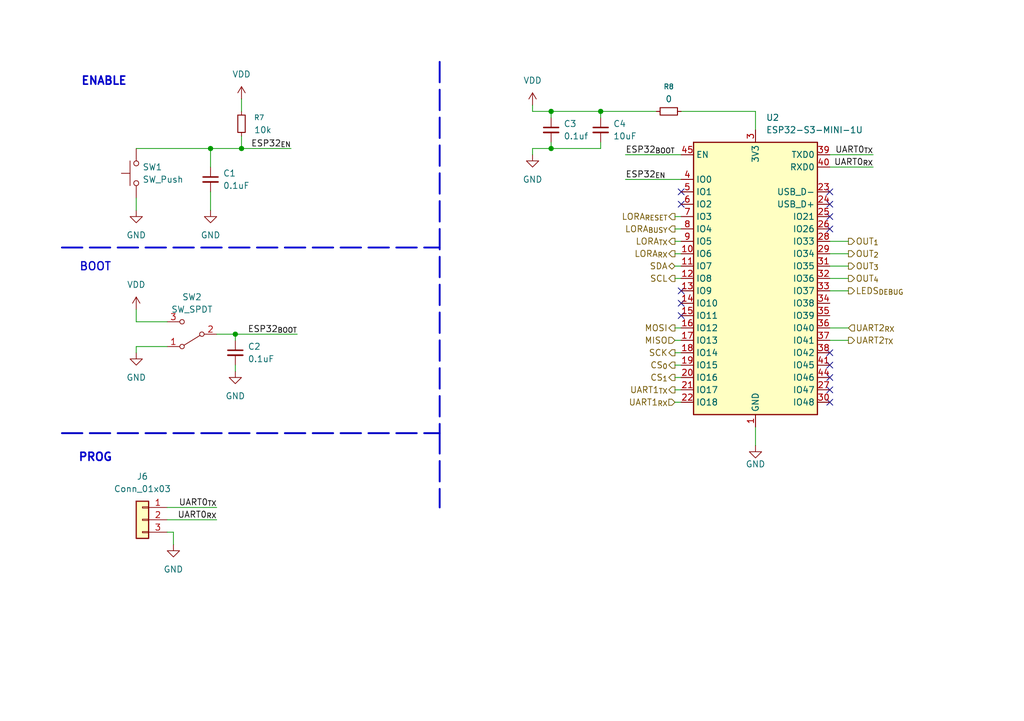
<source format=kicad_sch>
(kicad_sch (version 20250114) (generator "eeschema") (generator_version "9.0")
  (paper "A5")
  (lib_symbols
    (symbol "CompVuelo:SW_Push" (pin_numbers (hide yes)) (pin_names (offset 1.016) (hide yes))
      (property "Reference" "SW" (at 1.27 2.54 0))
      (property "Value" "SW_Push" (at 0 -1.524 0))
      (symbol "SW_Push_0_1"
        (circle (center -2.032 0) (radius 0.508))
        (polyline (pts (xy 0 1.27) (xy 0 3.048)))
        (circle (center 2.032 0) (radius 0.508))
        (polyline (pts (xy 2.54 1.27) (xy -2.54 1.27)))
        (pin passive line (at -5.08 0 0) (length 2.54) (name "1") (number "1"))
        (pin passive line (at 5.08 0 180) (length 2.54) (name "2") (number "2"))
      )
    )
    (symbol "CompVuelo:SW_SPDT"
      (property "Reference" "SW" (at 0 1.778 0))
      (property "Value" "SW_SPDT" (at 0 0 0))
      (symbol "SW_SPDT_0_1"
        (circle (center -2.032 -5.08) (radius 0.4572))
        (polyline (pts (xy -1.651 -4.826) (xy 1.651 -2.794)))
        (circle (center 2.032 -2.54) (radius 0.4572))
        (circle (center 2.032 -7.62) (radius 0.4572))
      )
      (symbol "SW_SPDT_1_1"
        (pin passive line (at -5.08 -5.08 0) (length 2.54) (name "") (number "2"))
        (pin passive line (at 5.08 -2.54 180) (length 2.54) (name "") (number "1"))
        (pin passive line (at 5.08 -7.62 180) (length 2.54) (name "") (number "3"))
      )
    )
    (symbol "Connector_Generic:Conn_01x03" (pin_names (offset 1.016) (hide yes))
      (property "Reference" "J" (at 0 5.08 0))
      (property "Value" "Conn_01x03" (at 0 -5.08 0))
      (symbol "Conn_01x03_1_1"
        (rectangle (start -1.27 3.81) (end 1.27 -3.81) (stroke (width 0.254)) (fill (type background)))
        (rectangle (start -1.27 2.667) (end 0 2.413) (stroke (width 0.1524)))
        (rectangle (start -1.27 0.127) (end 0 -0.127) (stroke (width 0.1524)))
        (rectangle (start -1.27 -2.413) (end 0 -2.667) (stroke (width 0.1524)))
        (pin passive line (at -5.08 2.54 0) (length 3.81) (name "Pin_1") (number "1"))
        (pin passive line (at -5.08 0 0) (length 3.81) (name "Pin_2") (number "2"))
        (pin passive line (at -5.08 -2.54 0) (length 3.81) (name "Pin_3") (number "3"))
      )
    )
    (symbol "Device:C_Small" (pin_numbers (hide yes)) (pin_names (offset 0.254) (hide yes))
      (property "Reference" "C" (at 0.254 1.778 0))
      (property "Value" "C_Small" (at 0.254 -2.032 0))
      (symbol "C_Small_0_1"
        (polyline (pts (xy -1.524 0.508) (xy 1.524 0.508)) (stroke (width 0.3048)))
        (polyline (pts (xy -1.524 -0.508) (xy 1.524 -0.508)) (stroke (width 0.3302)))
      )
      (symbol "C_Small_1_1"
        (pin passive line (at 0 2.54 270) (length 2.032) (name "~") (number "1"))
        (pin passive line (at 0 -2.54 90) (length 2.032) (name "~") (number "2"))
      )
    )
    (symbol "Device:R_Small" (pin_numbers (hide yes)) (pin_names (offset 0.254) (hide yes))
      (property "Reference" "R" (at 0 0 90))
      (property "Value" "R_Small" (at 1.778 0 90))
      (symbol "R_Small_0_1"
        (rectangle (start -0.762 1.778) (end 0.762 -1.778) (stroke (width 0.2032)))
      )
      (symbol "R_Small_1_1"
        (pin passive line (at 0 2.54 270) (length 0.762) (name "~") (number "1"))
        (pin passive line (at 0 -2.54 90) (length 0.762) (name "~") (number "2"))
      )
    )
    (symbol "RF_Module:ESP32-S3-MINI-1U"
      (property "Reference" "U" (at -11.43 29.21 0))
      (property "Value" "ESP32-S3-MINI-1U" (at 12.7 29.21 0))
      (symbol "ESP32-S3-MINI-1U_0_1"
        (rectangle (start -12.7 27.94) (end 12.7 -27.94) (stroke (width 0.254)) (fill (type background)))
      )
      (symbol "ESP32-S3-MINI-1U_1_1"
        (pin input line (at -15.24 25.4 0) (length 2.54) (name "EN") (number "45"))
        (pin bidirectional line (at -15.24 20.32 0) (length 2.54) (name "IO0") (number "4"))
        (pin bidirectional line (at -15.24 17.78 0) (length 2.54) (name "IO1") (number "5"))
        (pin bidirectional line (at -15.24 15.24 0) (length 2.54) (name "IO2") (number "6"))
        (pin bidirectional line (at -15.24 12.7 0) (length 2.54) (name "IO3") (number "7"))
        (pin bidirectional line (at -15.24 10.16 0) (length 2.54) (name "IO4") (number "8"))
        (pin bidirectional line (at -15.24 7.62 0) (length 2.54) (name "IO5") (number "9"))
        (pin bidirectional line (at -15.24 5.08 0) (length 2.54) (name "IO6") (number "10"))
        (pin bidirectional line (at -15.24 2.54 0) (length 2.54) (name "IO7") (number "11"))
        (pin bidirectional line (at -15.24 0 0) (length 2.54) (name "IO8") (number "12"))
        (pin bidirectional line (at -15.24 -2.54 0) (length 2.54) (name "IO9") (number "13"))
        (pin bidirectional line (at -15.24 -5.08 0) (length 2.54) (name "IO10") (number "14"))
        (pin bidirectional line (at -15.24 -7.62 0) (length 2.54) (name "IO11") (number "15"))
        (pin bidirectional line (at -15.24 -10.16 0) (length 2.54) (name "IO12") (number "16"))
        (pin bidirectional line (at -15.24 -12.7 0) (length 2.54) (name "IO13") (number "17"))
        (pin bidirectional line (at -15.24 -15.24 0) (length 2.54) (name "IO14") (number "18"))
        (pin bidirectional line (at -15.24 -17.78 0) (length 2.54) (name "IO15") (number "19"))
        (pin bidirectional line (at -15.24 -20.32 0) (length 2.54) (name "IO16") (number "20"))
        (pin bidirectional line (at -15.24 -22.86 0) (length 2.54) (name "IO17") (number "21"))
        (pin bidirectional line (at -15.24 -25.4 0) (length 2.54) (name "IO18") (number "22"))
        (pin power_in line (at 0 30.48 270) (length 2.54) (name "3V3") (number "3"))
        (pin power_in line (at 0 -30.48 90) (length 2.54) (name "GND") (number "1"))
        (pin passive line (at 0 -30.48 90) (length 2.54) (hide yes) (name "GND") (number "2"))
        (pin passive line (at 0 -30.48 90) (length 2.54) (hide yes) (name "GND") (number "42"))
        (pin passive line (at 0 -30.48 90) (length 2.54) (hide yes) (name "GND") (number "43"))
        (pin passive line (at 0 -30.48 90) (length 2.54) (hide yes) (name "GND") (number "46"))
        (pin passive line (at 0 -30.48 90) (length 2.54) (hide yes) (name "GND") (number "47"))
        (pin passive line (at 0 -30.48 90) (length 2.54) (hide yes) (name "GND") (number "48"))
        (pin passive line (at 0 -30.48 90) (length 2.54) (hide yes) (name "GND") (number "49"))
        (pin passive line (at 0 -30.48 90) (length 2.54) (hide yes) (name "GND") (number "50"))
        (pin passive line (at 0 -30.48 90) (length 2.54) (hide yes) (name "GND") (number "51"))
        (pin passive line (at 0 -30.48 90) (length 2.54) (hide yes) (name "GND") (number "52"))
        (pin passive line (at 0 -30.48 90) (length 2.54) (hide yes) (name "GND") (number "53"))
        (pin passive line (at 0 -30.48 90) (length 2.54) (hide yes) (name "GND") (number "54"))
        (pin passive line (at 0 -30.48 90) (length 2.54) (hide yes) (name "GND") (number "55"))
        (pin passive line (at 0 -30.48 90) (length 2.54) (hide yes) (name "GND") (number "56"))
        (pin passive line (at 0 -30.48 90) (length 2.54) (hide yes) (name "GND") (number "57"))
        (pin passive line (at 0 -30.48 90) (length 2.54) (hide yes) (name "GND") (number "58"))
        (pin passive line (at 0 -30.48 90) (length 2.54) (hide yes) (name "GND") (number "59"))
        (pin passive line (at 0 -30.48 90) (length 2.54) (hide yes) (name "GND") (number "60"))
        (pin passive line (at 0 -30.48 90) (length 2.54) (hide yes) (name "GND") (number "61"))
        (pin passive line (at 0 -30.48 90) (length 2.54) (hide yes) (name "GND") (number "62"))
        (pin passive line (at 0 -30.48 90) (length 2.54) (hide yes) (name "GND") (number "63"))
        (pin passive line (at 0 -30.48 90) (length 2.54) (hide yes) (name "GND") (number "64"))
        (pin passive line (at 0 -30.48 90) (length 2.54) (hide yes) (name "GND") (number "65"))
        (pin bidirectional line (at 15.24 25.4 180) (length 2.54) (name "TXD0") (number "39"))
        (pin bidirectional line (at 15.24 22.86 180) (length 2.54) (name "RXD0") (number "40"))
        (pin bidirectional line (at 15.24 17.78 180) (length 2.54) (name "USB_D-") (number "23"))
        (pin bidirectional line (at 15.24 15.24 180) (length 2.54) (name "USB_D+") (number "24"))
        (pin bidirectional line (at 15.24 12.7 180) (length 2.54) (name "IO21") (number "25"))
        (pin bidirectional line (at 15.24 10.16 180) (length 2.54) (name "IO26") (number "26"))
        (pin bidirectional line (at 15.24 7.62 180) (length 2.54) (name "IO33") (number "28"))
        (pin bidirectional line (at 15.24 5.08 180) (length 2.54) (name "IO34") (number "29"))
        (pin bidirectional line (at 15.24 2.54 180) (length 2.54) (name "IO35") (number "31"))
        (pin bidirectional line (at 15.24 0 180) (length 2.54) (name "IO36") (number "32"))
        (pin bidirectional line (at 15.24 -2.54 180) (length 2.54) (name "IO37") (number "33"))
        (pin bidirectional line (at 15.24 -5.08 180) (length 2.54) (name "IO38") (number "34"))
        (pin bidirectional line (at 15.24 -7.62 180) (length 2.54) (name "IO39") (number "35"))
        (pin bidirectional line (at 15.24 -10.16 180) (length 2.54) (name "IO40") (number "36"))
        (pin bidirectional line (at 15.24 -12.7 180) (length 2.54) (name "IO41") (number "37"))
        (pin bidirectional line (at 15.24 -15.24 180) (length 2.54) (name "IO42") (number "38"))
        (pin bidirectional line (at 15.24 -17.78 180) (length 2.54) (name "IO45") (number "41"))
        (pin bidirectional line (at 15.24 -20.32 180) (length 2.54) (name "IO46") (number "44"))
        (pin bidirectional line (at 15.24 -22.86 180) (length 2.54) (name "IO47") (number "27"))
        (pin bidirectional line (at 15.24 -25.4 180) (length 2.54) (name "IO48") (number "30"))
      )
    )
    (symbol "power:GND" (power) (pin_numbers (hide yes)) (pin_names (offset 0) (hide yes))
      (property "Value" "GND" (at 0 -3.81 0))
      (symbol "GND_0_1"
        (polyline (pts (xy 0 0) (xy 0 -1.27) (xy 1.27 -1.27) (xy 0 -2.54) (xy -1.27 -1.27) (xy 0 -1.27)))
      )
      (symbol "GND_1_1"
        (pin power_in line (at 0 0 270) (length 0) (name "~") (number "1"))
      )
    )
    (symbol "power:VDD" (power) (pin_numbers (hide yes)) (pin_names (offset 0) (hide yes))
      (property "Value" "VDD" (at 0 3.556 0))
      (symbol "VDD_0_1"
        (polyline (pts (xy -0.762 1.27) (xy 0 2.54)))
        (polyline (pts (xy 0 2.54) (xy 0.762 1.27)))
        (polyline (pts (xy 0 0) (xy 0 2.54)))
      )
      (symbol "VDD_1_1"
        (pin power_in line (at 0 0 90) (length 0) (name "~") (number "1"))
      )
    )
  )
  (text "ENABLE" (at 21.336 16.764 0) (effects (font (size 1.651 1.651) (thickness 0.3302) (bold yes))))
  (text "BOOT\n" (at 19.558 54.864 0) (effects (font (size 1.651 1.651) (thickness 0.254) (bold yes))))
  (text "PROG" (at 19.558 93.98 0) (effects (font (size 1.651 1.651) (thickness 0.3302) (bold yes))))
  (junction (at 113.03 22.86))
  (junction (at 123.19 22.86))
  (junction (at 43.18 30.48))
  (junction (at 113.03 30.48))
  (junction (at 49.53 30.48))
  (junction (at 48.26 68.58))
  (no_connect (at 170.18 39.37))
  (no_connect (at 170.18 46.99))
  (no_connect (at 170.18 72.39))
  (no_connect (at 170.18 41.91))
  (no_connect (at 139.7 62.23))
  (no_connect (at 139.7 64.77))
  (no_connect (at 170.18 82.55))
  (no_connect (at 139.7 39.37))
  (no_connect (at 170.18 80.01))
  (no_connect (at 170.18 44.45))
  (no_connect (at 139.7 41.91))
  (no_connect (at 139.7 59.69))
  (no_connect (at 170.18 77.47))
  (no_connect (at 170.18 74.93))
  (wire (pts (xy 138.43 74.93) (xy 139.7 74.93)))
  (wire (pts (xy 27.94 71.12) (xy 34.29 71.12)))
  (wire (pts (xy 113.03 30.48) (xy 123.19 30.48)))
  (wire (pts (xy 123.19 30.48) (xy 123.19 29.21)))
  (wire (pts (xy 138.43 49.53) (xy 139.7 49.53)))
  (wire (pts (xy 128.27 31.75) (xy 139.7 31.75)))
  (wire (pts (xy 34.29 106.68) (xy 44.45 106.68)))
  (wire (pts (xy 27.94 66.04) (xy 34.29 66.04)))
  (wire (pts (xy 48.26 68.58) (xy 60.96 68.58)))
  (wire (pts (xy 179.07 34.29) (xy 170.18 34.29)))
  (wire (pts (xy 49.53 30.48) (xy 59.69 30.48)))
  (wire (pts (xy 113.03 29.21) (xy 113.03 30.48)))
  (wire (pts (xy 138.43 77.47) (xy 139.7 77.47)))
  (wire (pts (xy 123.19 22.86) (xy 134.62 22.86)))
  (wire (pts (xy 43.18 30.48) (xy 43.18 34.29)))
  (wire (pts (xy 138.43 72.39) (xy 139.7 72.39)))
  (wire (pts (xy 154.94 22.86) (xy 154.94 26.67)))
  (wire (pts (xy 138.43 80.01) (xy 139.7 80.01)))
  (wire (pts (xy 173.99 67.31) (xy 170.18 67.31)))
  (wire (pts (xy 123.19 24.13) (xy 123.19 22.86)))
  (wire (pts (xy 173.99 49.53) (xy 170.18 49.53)))
  (wire (pts (xy 170.18 57.15) (xy 173.99 57.15)))
  (polyline (pts (xy 90.17 12.7) (xy 90.17 88.9)) (stroke (width 0.381) (type dash)))
  (wire (pts (xy 138.43 44.45) (xy 139.7 44.45)))
  (wire (pts (xy 109.22 30.48) (xy 113.03 30.48)))
  (wire (pts (xy 49.53 20.32) (xy 49.53 22.86)))
  (wire (pts (xy 154.94 91.44) (xy 154.94 87.63)))
  (wire (pts (xy 43.18 43.18) (xy 43.18 39.37)))
  (wire (pts (xy 109.22 31.75) (xy 109.22 30.48)))
  (polyline (pts (xy 90.17 88.9) (xy 90.17 104.14)) (stroke (width 0.381) (type dash)))
  (wire (pts (xy 138.43 52.07) (xy 139.7 52.07)))
  (wire (pts (xy 173.99 69.85) (xy 170.18 69.85)))
  (wire (pts (xy 35.56 109.22) (xy 34.29 109.22)))
  (wire (pts (xy 113.03 24.13) (xy 113.03 22.86)))
  (wire (pts (xy 109.22 21.59) (xy 109.22 22.86)))
  (wire (pts (xy 138.43 46.99) (xy 139.7 46.99)))
  (wire (pts (xy 138.43 82.55) (xy 139.7 82.55)))
  (wire (pts (xy 48.26 76.2) (xy 48.26 74.93)))
  (wire (pts (xy 138.43 67.31) (xy 139.7 67.31)))
  (wire (pts (xy 113.03 22.86) (xy 123.19 22.86)))
  (wire (pts (xy 109.22 22.86) (xy 113.03 22.86)))
  (wire (pts (xy 138.43 69.85) (xy 139.7 69.85)))
  (wire (pts (xy 48.26 69.85) (xy 48.26 68.58)))
  (wire (pts (xy 128.27 36.83) (xy 139.7 36.83)))
  (wire (pts (xy 34.29 104.14) (xy 44.45 104.14)))
  (wire (pts (xy 27.94 30.48) (xy 43.18 30.48)))
  (wire (pts (xy 138.43 57.15) (xy 139.7 57.15)))
  (wire (pts (xy 27.94 72.39) (xy 27.94 71.12)))
  (wire (pts (xy 43.18 30.48) (xy 49.53 30.48)))
  (wire (pts (xy 179.07 31.75) (xy 170.18 31.75)))
  (wire (pts (xy 49.53 30.48) (xy 49.53 27.94)))
  (wire (pts (xy 170.18 54.61) (xy 173.99 54.61)))
  (wire (pts (xy 139.7 22.86) (xy 154.94 22.86)))
  (polyline (pts (xy 12.7 88.9) (xy 90.17 88.9)) (stroke (width 0.381) (type dash)))
  (wire (pts (xy 173.99 52.07) (xy 170.18 52.07)))
  (wire (pts (xy 27.94 43.18) (xy 27.94 40.64)))
  (wire (pts (xy 27.94 63.5) (xy 27.94 66.04)))
  (wire (pts (xy 138.43 54.61) (xy 139.7 54.61)))
  (wire (pts (xy 173.99 59.69) (xy 170.18 59.69)))
  (wire (pts (xy 35.56 111.76) (xy 35.56 109.22)))
  (wire (pts (xy 48.26 68.58) (xy 44.45 68.58)))
  (polyline (pts (xy 12.7 50.8) (xy 90.17 50.8)) (stroke (width 0.381) (type dash)))
  (label "ESP32_{BOOT}" (at 60.96 68.58 180))
  (label "ESP32_{EN}" (at 59.69 30.48 180))
  (label "UART0_{TX}" (at 44.45 104.14 180))
  (label "ESP32_{EN}" (at 128.27 36.83 0))
  (label "UART0_{TX}" (at 179.07 31.75 180))
  (label "UART0_{RX}" (at 44.45 106.68 180))
  (label "UART0_{RX}" (at 179.07 34.29 180))
  (label "ESP32_{BOOT}" (at 128.27 31.75 0))
  (hierarchical_label "UART1_{RX}" (shape input) (at 138.43 82.55 180))
  (hierarchical_label "CS_{0}" (shape output) (at 138.43 74.93 180))
  (hierarchical_label "LORA_{RX}" (shape output) (at 138.43 52.07 180))
  (hierarchical_label "LEDS_{DEBUG}" (shape output) (at 173.99 59.69 0))
  (hierarchical_label "SCL" (shape output) (at 138.43 57.15 180))
  (hierarchical_label "LORA_{BUSY}" (shape output) (at 138.43 46.99 180))
  (hierarchical_label "LORA_{RESET}" (shape output) (at 138.43 44.45 180))
  (hierarchical_label "UART2_{RX}" (shape input) (at 173.99 67.31 0))
  (hierarchical_label "MISO" (shape input) (at 138.43 69.85 180))
  (hierarchical_label "OUT_{2}" (shape output) (at 173.99 52.07 0))
  (hierarchical_label "OUT_{4}" (shape output) (at 173.99 57.15 0))
  (hierarchical_label "OUT_{3}" (shape output) (at 173.99 54.61 0))
  (hierarchical_label "UART1_{TX}" (shape output) (at 138.43 80.01 180))
  (hierarchical_label "UART2_{TX}" (shape output) (at 173.99 69.85 0))
  (hierarchical_label "OUT_{1}" (shape output) (at 173.99 49.53 0))
  (hierarchical_label "SDA" (shape bidirectional) (at 138.43 54.61 180))
  (hierarchical_label "SCK" (shape output) (at 138.43 72.39 180))
  (hierarchical_label "MOSI" (shape output) (at 138.43 67.31 180))
  (hierarchical_label "CS_{1}" (shape output) (at 138.43 77.47 180))
  (hierarchical_label "LORA_{TX}" (shape output) (at 138.43 49.53 180))
  (symbol (lib_id "Device:R_Small") (at 49.53 25.4 0) (unit 1)
    (property "Reference" "R7" (at 52.07 24.1299 0) (effects (font (size 1.016 1.016)) (justify left)))
    (property "Value" "10k" (at 52.07 26.6699 0) (effects (justify left)))
    (property "Footprint" "Resistor_SMD:R_0805_2012Metric_Pad1.20x1.40mm_HandSolder" (effects (hide yes)))
    (property "Description" "Resistor, small symbol" (effects (hide yes)))
  )
  (symbol (lib_id "power:VDD") (at 27.94 63.5 0) (unit 1)
    (property "Reference" "#PWR024" (effects (hide yes)))
    (property "Value" "VDD" (at 27.94 58.42 0))
    (property "Description" "Power symbol creates a global label with name \"VDD\"" (effects (hide yes)))
  )
  (symbol (lib_id "power:GND") (at 109.22 31.75 0) (unit 1)
    (property "Reference" "#PWR031" (effects (hide yes)))
    (property "Value" "GND" (at 109.22 36.83 0))
    (property "Description" "Power symbol creates a global label with name \"GND\" , ground" (effects (hide yes)))
  )
  (symbol (lib_id "power:GND") (at 35.56 111.76 0) (unit 1)
    (property "Reference" "#PWR026" (effects (hide yes)))
    (property "Value" "GND" (at 35.56 116.84 0))
    (property "Description" "Power symbol creates a global label with name \"GND\" , ground" (effects (hide yes)))
  )
  (symbol (lib_id "Device:C_Small") (at 113.03 26.67 0) (unit 1)
    (property "Reference" "C3" (at 115.57 25.4062 0) (effects (justify left)))
    (property "Value" "0.1uf" (at 115.57 27.9462 0) (effects (justify left)))
    (property "Footprint" "Capacitor_SMD:C_0805_2012Metric_Pad1.18x1.45mm_HandSolder" (effects (hide yes)))
    (property "Description" "Unpolarized capacitor, small symbol" (effects (hide yes)))
  )
  (symbol (lib_id "Device:C_Small") (at 43.18 36.83 0) (unit 1)
    (property "Reference" "C1" (at 45.72 35.5662 0) (effects (justify left)))
    (property "Value" "0.1uF" (at 45.72 38.1062 0) (effects (justify left)))
    (property "Footprint" "Capacitor_SMD:C_0805_2012Metric_Pad1.18x1.45mm_HandSolder" (effects (hide yes)))
    (property "Description" "Unpolarized capacitor, small symbol" (effects (hide yes)))
  )
  (symbol (lib_id "Device:R_Small") (at 137.16 22.86 90) (unit 1)
    (property "Reference" "R8" (at 137.16 17.78 90) (effects (font (size 1.016 1.016))))
    (property "Value" "0" (at 137.16 20.32 90))
    (property "Footprint" "Resistor_SMD:R_0805_2012Metric_Pad1.20x1.40mm_HandSolder" (effects (hide yes)))
    (property "Description" "Resistor, small symbol" (effects (hide yes)))
  )
  (symbol (lib_id "CompVuelo:SW_SPDT") (at 39.37 73.66 180) (unit 1)
    (property "Reference" "SW2" (at 39.37 60.96 0))
    (property "Value" "SW_SPDT" (at 39.37 63.5 0))
    (property "Footprint" "Button_Switch_SMD:SW_SPDT_Shouhan_MSK12C02" (effects (hide yes)))
    (property "Datasheet" "https://www.lcsc.com/datasheet/C19189120.pdf" (effects (hide yes)))
  )
  (symbol (lib_id "power:GND") (at 43.18 43.18 0) (unit 1)
    (property "Reference" "#PWR027" (effects (hide yes)))
    (property "Value" "GND" (at 43.18 48.26 0))
    (property "Description" "Power symbol creates a global label with name \"GND\" , ground" (effects (hide yes)))
  )
  (symbol (lib_id "power:GND") (at 154.94 91.44 0) (unit 1)
    (property "Reference" "#PWR032" (effects (hide yes)))
    (property "Value" "GND" (at 154.94 95.25 0))
    (property "Description" "Power symbol creates a global label with name \"GND\" , ground" (effects (hide yes)))
  )
  (symbol (lib_id "RF_Module:ESP32-S3-MINI-1U") (at 154.94 57.15 0) (unit 1)
    (property "Reference" "U2" (at 157.0833 24.13 0) (effects (justify left)))
    (property "Value" "ESP32-S3-MINI-1U" (at 157.0833 26.67 0) (effects (justify left)))
    (property "Footprint" "RF_Module:ESP32-S2-MINI-1U" (effects (hide yes)))
    (property "Datasheet" "https://www.espressif.com/sites/default/files/documentation/esp32-s3-mini-1_mini-1u_datasheet_en.pdf" (effects (hide yes)))
    (property "Description" "RF Module, ESP32-S3 SoC, Wi-Fi 802.11b/g/n, Bluetooth, BLE, 32-bit, 3.3V, SMD, external antenna" (effects (hide yes)))
  )
  (symbol (lib_id "Device:C_Small") (at 48.26 72.39 0) (unit 1)
    (property "Reference" "C2" (at 50.8 71.1262 0) (effects (justify left)))
    (property "Value" "0.1uF" (at 50.8 73.6662 0) (effects (justify left)))
    (property "Footprint" "Capacitor_SMD:C_0805_2012Metric_Pad1.18x1.45mm_HandSolder" (effects (hide yes)))
    (property "Description" "Unpolarized capacitor, small symbol" (effects (hide yes)))
  )
  (symbol (lib_id "power:GND") (at 27.94 43.18 0) (unit 1)
    (property "Reference" "#PWR023" (effects (hide yes)))
    (property "Value" "GND" (at 27.94 48.26 0))
    (property "Description" "Power symbol creates a global label with name \"GND\" , ground" (effects (hide yes)))
  )
  (symbol (lib_id "CompVuelo:SW_Push") (at 27.94 35.56 90) (unit 1)
    (property "Reference" "SW1" (at 29.21 34.2899 90) (effects (justify right)))
    (property "Value" "SW_Push" (at 29.21 36.8299 90) (effects (justify right)))
    (property "Footprint" "CompVuelo:SW_Push" (effects (hide yes)))
    (property "Description" "Push button switch, generic, two pins" (effects (hide yes)))
  )
  (symbol (lib_id "Connector_Generic:Conn_01x03") (at 29.21 106.68 0) (mirror y) (unit 1)
    (property "Reference" "J6" (at 29.21 97.79 0))
    (property "Value" "Conn_01x03" (at 29.21 100.33 0))
    (property "Footprint" "Connector_PinHeader_2.54mm:PinHeader_1x03_P2.54mm_Vertical" (effects (hide yes)))
    (property "Description" "Generic connector, single row, 01x03, script generated (kicad-library-utils/schlib/autogen/connector/)" (effects (hide yes)))
  )
  (symbol (lib_id "power:GND") (at 27.94 72.39 0) (unit 1)
    (property "Reference" "#PWR025" (effects (hide yes)))
    (property "Value" "GND" (at 27.94 77.47 0))
    (property "Description" "Power symbol creates a global label with name \"GND\" , ground" (effects (hide yes)))
  )
  (symbol (lib_id "power:VDD") (at 109.22 21.59 0) (unit 1)
    (property "Reference" "#PWR030" (effects (hide yes)))
    (property "Value" "VDD" (at 109.22 16.51 0))
    (property "Description" "Power symbol creates a global label with name \"VDD\"" (effects (hide yes)))
  )
  (symbol (lib_id "power:VDD") (at 49.53 20.32 0) (unit 1)
    (property "Reference" "#PWR029" (effects (hide yes)))
    (property "Value" "VDD" (at 49.53 15.24 0))
    (property "Description" "Power symbol creates a global label with name \"VDD\"" (effects (hide yes)))
  )
  (symbol (lib_id "Device:C_Small") (at 123.19 26.67 0) (unit 1)
    (property "Reference" "C4" (at 125.73 25.4062 0) (effects (justify left)))
    (property "Value" "10uF" (at 125.73 27.9462 0) (effects (justify left)))
    (property "Footprint" "Capacitor_SMD:C_0805_2012Metric_Pad1.18x1.45mm_HandSolder" (effects (hide yes)))
    (property "Description" "Unpolarized capacitor, small symbol" (effects (hide yes)))
  )
  (symbol (lib_id "power:GND") (at 48.26 76.2 0) (unit 1)
    (property "Reference" "#PWR028" (effects (hide yes)))
    (property "Value" "GND" (at 48.26 81.28 0))
    (property "Description" "Power symbol creates a global label with name \"GND\" , ground" (effects (hide yes)))
  )
)
</source>
